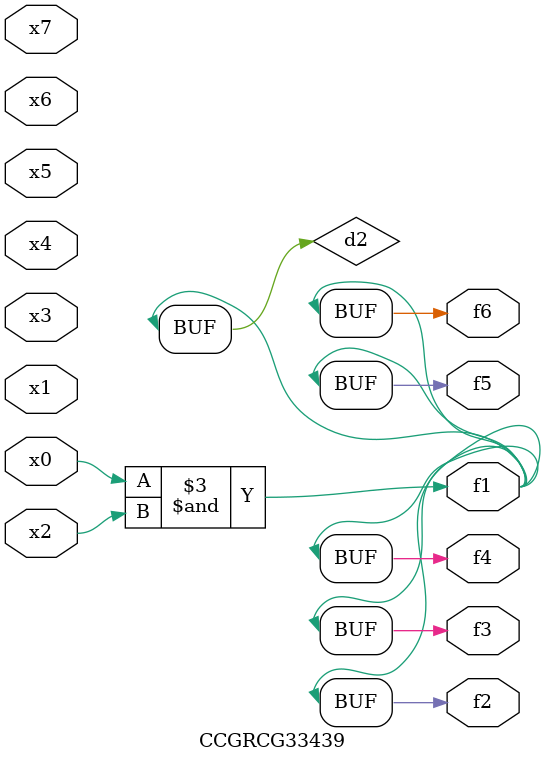
<source format=v>
module CCGRCG33439(
	input x0, x1, x2, x3, x4, x5, x6, x7,
	output f1, f2, f3, f4, f5, f6
);

	wire d1, d2;

	nor (d1, x3, x6);
	and (d2, x0, x2);
	assign f1 = d2;
	assign f2 = d2;
	assign f3 = d2;
	assign f4 = d2;
	assign f5 = d2;
	assign f6 = d2;
endmodule

</source>
